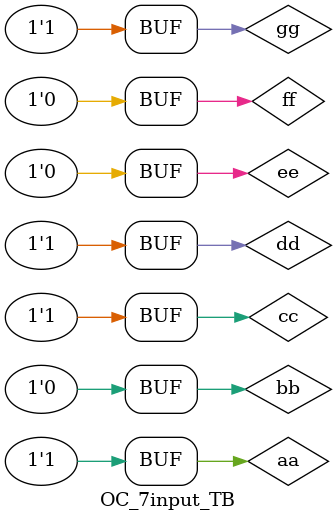
<source format=sv>
`timescale 1ns/1ns
module OC_7input_TB();
    logic aa = 0,bb = 0,cc = 0,dd = 0,ee = 0,ff = 0,gg = 0;
    wire y0_1,y0_2,y1_1,y1_2,y2_1,y2_2;
    OC_7input CUT1 (.a(aa),.b(bb),.c(cc),.d(dd),.e(ee),.f(ff),.g(gg),.y0(y0_1),.y1(y1_1),.y2(y2_1));
    assign_7input_OC CUT2 (.a(aa),.b(bb),.c(cc),.d(dd),.e(ee),.f(ff),.g(gg),.y0(y0_2),.y1(y1_2),.y2(y2_2));
    initial begin
        #200 aa = 1;
        #200 cc = 1;
        #200 gg = 1;
        #200 dd = 1;
        #200;
    end
endmodule
</source>
